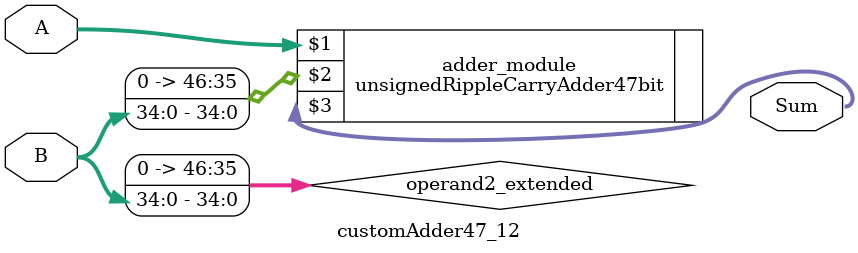
<source format=v>
module customAdder47_12(
                        input [46 : 0] A,
                        input [34 : 0] B,
                        
                        output [47 : 0] Sum
                );

        wire [46 : 0] operand2_extended;
        
        assign operand2_extended =  {12'b0, B};
        
        unsignedRippleCarryAdder47bit adder_module(
            A,
            operand2_extended,
            Sum
        );
        
        endmodule
        
</source>
